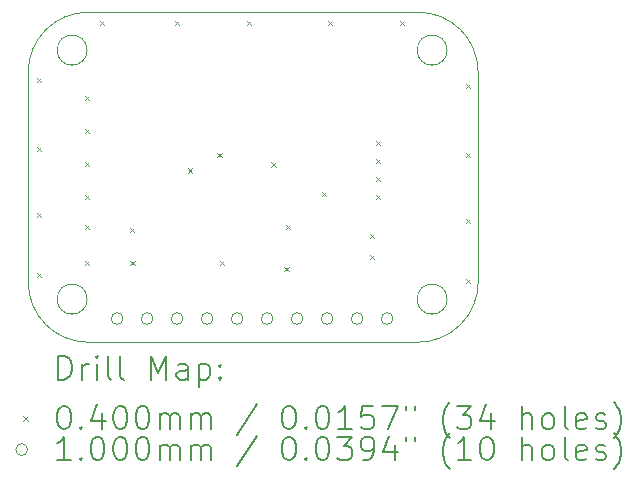
<source format=gbr>
%TF.GenerationSoftware,KiCad,Pcbnew,7.0.7*%
%TF.CreationDate,2025-03-08T19:07:04+10:30*%
%TF.ProjectId,V9381_Breakout,56393338-315f-4427-9265-616b6f75742e,rev?*%
%TF.SameCoordinates,Original*%
%TF.FileFunction,Drillmap*%
%TF.FilePolarity,Positive*%
%FSLAX45Y45*%
G04 Gerber Fmt 4.5, Leading zero omitted, Abs format (unit mm)*
G04 Created by KiCad (PCBNEW 7.0.7) date 2025-03-08 19:07:04*
%MOMM*%
%LPD*%
G01*
G04 APERTURE LIST*
%ADD10C,0.100000*%
%ADD11C,0.200000*%
%ADD12C,0.040000*%
G04 APERTURE END LIST*
D10*
X13208000Y-10464800D02*
G75*
G03*
X13208000Y-10464800I-127000J0D01*
G01*
X16256000Y-10464800D02*
G75*
G03*
X16256000Y-10464800I-127000J0D01*
G01*
X13208000Y-8356600D02*
G75*
G03*
X13208000Y-8356600I-127000J0D01*
G01*
X13217090Y-8035490D02*
X16011090Y-8035490D01*
X12709090Y-10321490D02*
G75*
G03*
X13217090Y-10829490I508000J0D01*
G01*
X16011090Y-10829490D02*
G75*
G03*
X16519090Y-10321490I0J508000D01*
G01*
X16256000Y-8356600D02*
G75*
G03*
X16256000Y-8356600I-127000J0D01*
G01*
X13217090Y-10829490D02*
X16011090Y-10829490D01*
X16519090Y-8543490D02*
X16519090Y-10321490D01*
X12709090Y-8543490D02*
X12709090Y-10321490D01*
X16519090Y-8543490D02*
G75*
G03*
X16011090Y-8035490I-508000J0D01*
G01*
X13217090Y-8035490D02*
G75*
G03*
X12709090Y-8543490I0J-508000D01*
G01*
D11*
D12*
X12781600Y-8590600D02*
X12821600Y-8630600D01*
X12821600Y-8590600D02*
X12781600Y-8630600D01*
X12781600Y-9174800D02*
X12821600Y-9214800D01*
X12821600Y-9174800D02*
X12781600Y-9214800D01*
X12781600Y-9733600D02*
X12821600Y-9773600D01*
X12821600Y-9733600D02*
X12781600Y-9773600D01*
X12781600Y-10241600D02*
X12821600Y-10281600D01*
X12821600Y-10241600D02*
X12781600Y-10281600D01*
X13188000Y-8743000D02*
X13228000Y-8783000D01*
X13228000Y-8743000D02*
X13188000Y-8783000D01*
X13188000Y-9022400D02*
X13228000Y-9062400D01*
X13228000Y-9022400D02*
X13188000Y-9062400D01*
X13188000Y-9301800D02*
X13228000Y-9341800D01*
X13228000Y-9301800D02*
X13188000Y-9341800D01*
X13188000Y-9581200D02*
X13228000Y-9621200D01*
X13228000Y-9581200D02*
X13188000Y-9621200D01*
X13188000Y-9835200D02*
X13228000Y-9875200D01*
X13228000Y-9835200D02*
X13188000Y-9875200D01*
X13188000Y-10140000D02*
X13228000Y-10180000D01*
X13228000Y-10140000D02*
X13188000Y-10180000D01*
X13315000Y-8108000D02*
X13355000Y-8148000D01*
X13355000Y-8108000D02*
X13315000Y-8148000D01*
X13567400Y-9860600D02*
X13607400Y-9900600D01*
X13607400Y-9860600D02*
X13567400Y-9900600D01*
X13569430Y-10139570D02*
X13609430Y-10179570D01*
X13609430Y-10139570D02*
X13569430Y-10179570D01*
X13950000Y-8108000D02*
X13990000Y-8148000D01*
X13990000Y-8108000D02*
X13950000Y-8148000D01*
X14058200Y-9356370D02*
X14098200Y-9396370D01*
X14098200Y-9356370D02*
X14058200Y-9396370D01*
X14311300Y-9224910D02*
X14351300Y-9264910D01*
X14351300Y-9224910D02*
X14311300Y-9264910D01*
X14331000Y-10140000D02*
X14371000Y-10180000D01*
X14371000Y-10140000D02*
X14331000Y-10180000D01*
X14559600Y-8108000D02*
X14599600Y-8148000D01*
X14599600Y-8108000D02*
X14559600Y-8148000D01*
X14767400Y-9304850D02*
X14807400Y-9344850D01*
X14807400Y-9304850D02*
X14767400Y-9344850D01*
X14877100Y-10190800D02*
X14917100Y-10230800D01*
X14917100Y-10190800D02*
X14877100Y-10230800D01*
X14889800Y-9835200D02*
X14929800Y-9875200D01*
X14929800Y-9835200D02*
X14889800Y-9875200D01*
X15194600Y-9555800D02*
X15234600Y-9595800D01*
X15234600Y-9555800D02*
X15194600Y-9595800D01*
X15245400Y-8108000D02*
X15285400Y-8148000D01*
X15285400Y-8108000D02*
X15245400Y-8148000D01*
X15601000Y-9911400D02*
X15641000Y-9951400D01*
X15641000Y-9911400D02*
X15601000Y-9951400D01*
X15601000Y-10089200D02*
X15641000Y-10129200D01*
X15641000Y-10089200D02*
X15601000Y-10129200D01*
X15651800Y-9124000D02*
X15691800Y-9164000D01*
X15691800Y-9124000D02*
X15651800Y-9164000D01*
X15651800Y-9276400D02*
X15691800Y-9316400D01*
X15691800Y-9276400D02*
X15651800Y-9316400D01*
X15651800Y-9428800D02*
X15691800Y-9468800D01*
X15691800Y-9428800D02*
X15651800Y-9468800D01*
X15651800Y-9581200D02*
X15691800Y-9621200D01*
X15691800Y-9581200D02*
X15651800Y-9621200D01*
X15855000Y-8108000D02*
X15895000Y-8148000D01*
X15895000Y-8108000D02*
X15855000Y-8148000D01*
X16413800Y-8641400D02*
X16453800Y-8681400D01*
X16453800Y-8641400D02*
X16413800Y-8681400D01*
X16413800Y-9225600D02*
X16453800Y-9265600D01*
X16453800Y-9225600D02*
X16413800Y-9265600D01*
X16413800Y-9784400D02*
X16453800Y-9824400D01*
X16453800Y-9784400D02*
X16413800Y-9824400D01*
X16413800Y-10292400D02*
X16453800Y-10332400D01*
X16453800Y-10292400D02*
X16413800Y-10332400D01*
D10*
X13512000Y-10629900D02*
G75*
G03*
X13512000Y-10629900I-50000J0D01*
G01*
X13766000Y-10629900D02*
G75*
G03*
X13766000Y-10629900I-50000J0D01*
G01*
X14020000Y-10629900D02*
G75*
G03*
X14020000Y-10629900I-50000J0D01*
G01*
X14274000Y-10629900D02*
G75*
G03*
X14274000Y-10629900I-50000J0D01*
G01*
X14528000Y-10629900D02*
G75*
G03*
X14528000Y-10629900I-50000J0D01*
G01*
X14782000Y-10629900D02*
G75*
G03*
X14782000Y-10629900I-50000J0D01*
G01*
X15036000Y-10629900D02*
G75*
G03*
X15036000Y-10629900I-50000J0D01*
G01*
X15290000Y-10629900D02*
G75*
G03*
X15290000Y-10629900I-50000J0D01*
G01*
X15544000Y-10629900D02*
G75*
G03*
X15544000Y-10629900I-50000J0D01*
G01*
X15798000Y-10629900D02*
G75*
G03*
X15798000Y-10629900I-50000J0D01*
G01*
D11*
X12964867Y-11145974D02*
X12964867Y-10945974D01*
X12964867Y-10945974D02*
X13012486Y-10945974D01*
X13012486Y-10945974D02*
X13041057Y-10955497D01*
X13041057Y-10955497D02*
X13060105Y-10974545D01*
X13060105Y-10974545D02*
X13069628Y-10993593D01*
X13069628Y-10993593D02*
X13079152Y-11031688D01*
X13079152Y-11031688D02*
X13079152Y-11060259D01*
X13079152Y-11060259D02*
X13069628Y-11098355D01*
X13069628Y-11098355D02*
X13060105Y-11117402D01*
X13060105Y-11117402D02*
X13041057Y-11136450D01*
X13041057Y-11136450D02*
X13012486Y-11145974D01*
X13012486Y-11145974D02*
X12964867Y-11145974D01*
X13164867Y-11145974D02*
X13164867Y-11012640D01*
X13164867Y-11050736D02*
X13174390Y-11031688D01*
X13174390Y-11031688D02*
X13183914Y-11022164D01*
X13183914Y-11022164D02*
X13202962Y-11012640D01*
X13202962Y-11012640D02*
X13222009Y-11012640D01*
X13288676Y-11145974D02*
X13288676Y-11012640D01*
X13288676Y-10945974D02*
X13279152Y-10955497D01*
X13279152Y-10955497D02*
X13288676Y-10965021D01*
X13288676Y-10965021D02*
X13298200Y-10955497D01*
X13298200Y-10955497D02*
X13288676Y-10945974D01*
X13288676Y-10945974D02*
X13288676Y-10965021D01*
X13412486Y-11145974D02*
X13393438Y-11136450D01*
X13393438Y-11136450D02*
X13383914Y-11117402D01*
X13383914Y-11117402D02*
X13383914Y-10945974D01*
X13517247Y-11145974D02*
X13498200Y-11136450D01*
X13498200Y-11136450D02*
X13488676Y-11117402D01*
X13488676Y-11117402D02*
X13488676Y-10945974D01*
X13745819Y-11145974D02*
X13745819Y-10945974D01*
X13745819Y-10945974D02*
X13812486Y-11088831D01*
X13812486Y-11088831D02*
X13879152Y-10945974D01*
X13879152Y-10945974D02*
X13879152Y-11145974D01*
X14060105Y-11145974D02*
X14060105Y-11041212D01*
X14060105Y-11041212D02*
X14050581Y-11022164D01*
X14050581Y-11022164D02*
X14031533Y-11012640D01*
X14031533Y-11012640D02*
X13993438Y-11012640D01*
X13993438Y-11012640D02*
X13974390Y-11022164D01*
X14060105Y-11136450D02*
X14041057Y-11145974D01*
X14041057Y-11145974D02*
X13993438Y-11145974D01*
X13993438Y-11145974D02*
X13974390Y-11136450D01*
X13974390Y-11136450D02*
X13964867Y-11117402D01*
X13964867Y-11117402D02*
X13964867Y-11098355D01*
X13964867Y-11098355D02*
X13974390Y-11079307D01*
X13974390Y-11079307D02*
X13993438Y-11069783D01*
X13993438Y-11069783D02*
X14041057Y-11069783D01*
X14041057Y-11069783D02*
X14060105Y-11060259D01*
X14155343Y-11012640D02*
X14155343Y-11212640D01*
X14155343Y-11022164D02*
X14174390Y-11012640D01*
X14174390Y-11012640D02*
X14212486Y-11012640D01*
X14212486Y-11012640D02*
X14231533Y-11022164D01*
X14231533Y-11022164D02*
X14241057Y-11031688D01*
X14241057Y-11031688D02*
X14250581Y-11050736D01*
X14250581Y-11050736D02*
X14250581Y-11107878D01*
X14250581Y-11107878D02*
X14241057Y-11126926D01*
X14241057Y-11126926D02*
X14231533Y-11136450D01*
X14231533Y-11136450D02*
X14212486Y-11145974D01*
X14212486Y-11145974D02*
X14174390Y-11145974D01*
X14174390Y-11145974D02*
X14155343Y-11136450D01*
X14336295Y-11126926D02*
X14345819Y-11136450D01*
X14345819Y-11136450D02*
X14336295Y-11145974D01*
X14336295Y-11145974D02*
X14326771Y-11136450D01*
X14326771Y-11136450D02*
X14336295Y-11126926D01*
X14336295Y-11126926D02*
X14336295Y-11145974D01*
X14336295Y-11022164D02*
X14345819Y-11031688D01*
X14345819Y-11031688D02*
X14336295Y-11041212D01*
X14336295Y-11041212D02*
X14326771Y-11031688D01*
X14326771Y-11031688D02*
X14336295Y-11022164D01*
X14336295Y-11022164D02*
X14336295Y-11041212D01*
D12*
X12664090Y-11454490D02*
X12704090Y-11494490D01*
X12704090Y-11454490D02*
X12664090Y-11494490D01*
D11*
X13002962Y-11365974D02*
X13022009Y-11365974D01*
X13022009Y-11365974D02*
X13041057Y-11375497D01*
X13041057Y-11375497D02*
X13050581Y-11385021D01*
X13050581Y-11385021D02*
X13060105Y-11404069D01*
X13060105Y-11404069D02*
X13069628Y-11442164D01*
X13069628Y-11442164D02*
X13069628Y-11489783D01*
X13069628Y-11489783D02*
X13060105Y-11527878D01*
X13060105Y-11527878D02*
X13050581Y-11546926D01*
X13050581Y-11546926D02*
X13041057Y-11556450D01*
X13041057Y-11556450D02*
X13022009Y-11565974D01*
X13022009Y-11565974D02*
X13002962Y-11565974D01*
X13002962Y-11565974D02*
X12983914Y-11556450D01*
X12983914Y-11556450D02*
X12974390Y-11546926D01*
X12974390Y-11546926D02*
X12964867Y-11527878D01*
X12964867Y-11527878D02*
X12955343Y-11489783D01*
X12955343Y-11489783D02*
X12955343Y-11442164D01*
X12955343Y-11442164D02*
X12964867Y-11404069D01*
X12964867Y-11404069D02*
X12974390Y-11385021D01*
X12974390Y-11385021D02*
X12983914Y-11375497D01*
X12983914Y-11375497D02*
X13002962Y-11365974D01*
X13155343Y-11546926D02*
X13164867Y-11556450D01*
X13164867Y-11556450D02*
X13155343Y-11565974D01*
X13155343Y-11565974D02*
X13145819Y-11556450D01*
X13145819Y-11556450D02*
X13155343Y-11546926D01*
X13155343Y-11546926D02*
X13155343Y-11565974D01*
X13336295Y-11432640D02*
X13336295Y-11565974D01*
X13288676Y-11356450D02*
X13241057Y-11499307D01*
X13241057Y-11499307D02*
X13364867Y-11499307D01*
X13479152Y-11365974D02*
X13498200Y-11365974D01*
X13498200Y-11365974D02*
X13517248Y-11375497D01*
X13517248Y-11375497D02*
X13526771Y-11385021D01*
X13526771Y-11385021D02*
X13536295Y-11404069D01*
X13536295Y-11404069D02*
X13545819Y-11442164D01*
X13545819Y-11442164D02*
X13545819Y-11489783D01*
X13545819Y-11489783D02*
X13536295Y-11527878D01*
X13536295Y-11527878D02*
X13526771Y-11546926D01*
X13526771Y-11546926D02*
X13517248Y-11556450D01*
X13517248Y-11556450D02*
X13498200Y-11565974D01*
X13498200Y-11565974D02*
X13479152Y-11565974D01*
X13479152Y-11565974D02*
X13460105Y-11556450D01*
X13460105Y-11556450D02*
X13450581Y-11546926D01*
X13450581Y-11546926D02*
X13441057Y-11527878D01*
X13441057Y-11527878D02*
X13431533Y-11489783D01*
X13431533Y-11489783D02*
X13431533Y-11442164D01*
X13431533Y-11442164D02*
X13441057Y-11404069D01*
X13441057Y-11404069D02*
X13450581Y-11385021D01*
X13450581Y-11385021D02*
X13460105Y-11375497D01*
X13460105Y-11375497D02*
X13479152Y-11365974D01*
X13669628Y-11365974D02*
X13688676Y-11365974D01*
X13688676Y-11365974D02*
X13707724Y-11375497D01*
X13707724Y-11375497D02*
X13717248Y-11385021D01*
X13717248Y-11385021D02*
X13726771Y-11404069D01*
X13726771Y-11404069D02*
X13736295Y-11442164D01*
X13736295Y-11442164D02*
X13736295Y-11489783D01*
X13736295Y-11489783D02*
X13726771Y-11527878D01*
X13726771Y-11527878D02*
X13717248Y-11546926D01*
X13717248Y-11546926D02*
X13707724Y-11556450D01*
X13707724Y-11556450D02*
X13688676Y-11565974D01*
X13688676Y-11565974D02*
X13669628Y-11565974D01*
X13669628Y-11565974D02*
X13650581Y-11556450D01*
X13650581Y-11556450D02*
X13641057Y-11546926D01*
X13641057Y-11546926D02*
X13631533Y-11527878D01*
X13631533Y-11527878D02*
X13622009Y-11489783D01*
X13622009Y-11489783D02*
X13622009Y-11442164D01*
X13622009Y-11442164D02*
X13631533Y-11404069D01*
X13631533Y-11404069D02*
X13641057Y-11385021D01*
X13641057Y-11385021D02*
X13650581Y-11375497D01*
X13650581Y-11375497D02*
X13669628Y-11365974D01*
X13822009Y-11565974D02*
X13822009Y-11432640D01*
X13822009Y-11451688D02*
X13831533Y-11442164D01*
X13831533Y-11442164D02*
X13850581Y-11432640D01*
X13850581Y-11432640D02*
X13879152Y-11432640D01*
X13879152Y-11432640D02*
X13898200Y-11442164D01*
X13898200Y-11442164D02*
X13907724Y-11461212D01*
X13907724Y-11461212D02*
X13907724Y-11565974D01*
X13907724Y-11461212D02*
X13917248Y-11442164D01*
X13917248Y-11442164D02*
X13936295Y-11432640D01*
X13936295Y-11432640D02*
X13964867Y-11432640D01*
X13964867Y-11432640D02*
X13983914Y-11442164D01*
X13983914Y-11442164D02*
X13993438Y-11461212D01*
X13993438Y-11461212D02*
X13993438Y-11565974D01*
X14088676Y-11565974D02*
X14088676Y-11432640D01*
X14088676Y-11451688D02*
X14098200Y-11442164D01*
X14098200Y-11442164D02*
X14117248Y-11432640D01*
X14117248Y-11432640D02*
X14145819Y-11432640D01*
X14145819Y-11432640D02*
X14164867Y-11442164D01*
X14164867Y-11442164D02*
X14174390Y-11461212D01*
X14174390Y-11461212D02*
X14174390Y-11565974D01*
X14174390Y-11461212D02*
X14183914Y-11442164D01*
X14183914Y-11442164D02*
X14202962Y-11432640D01*
X14202962Y-11432640D02*
X14231533Y-11432640D01*
X14231533Y-11432640D02*
X14250581Y-11442164D01*
X14250581Y-11442164D02*
X14260105Y-11461212D01*
X14260105Y-11461212D02*
X14260105Y-11565974D01*
X14650581Y-11356450D02*
X14479152Y-11613593D01*
X14907724Y-11365974D02*
X14926772Y-11365974D01*
X14926772Y-11365974D02*
X14945819Y-11375497D01*
X14945819Y-11375497D02*
X14955343Y-11385021D01*
X14955343Y-11385021D02*
X14964867Y-11404069D01*
X14964867Y-11404069D02*
X14974391Y-11442164D01*
X14974391Y-11442164D02*
X14974391Y-11489783D01*
X14974391Y-11489783D02*
X14964867Y-11527878D01*
X14964867Y-11527878D02*
X14955343Y-11546926D01*
X14955343Y-11546926D02*
X14945819Y-11556450D01*
X14945819Y-11556450D02*
X14926772Y-11565974D01*
X14926772Y-11565974D02*
X14907724Y-11565974D01*
X14907724Y-11565974D02*
X14888676Y-11556450D01*
X14888676Y-11556450D02*
X14879152Y-11546926D01*
X14879152Y-11546926D02*
X14869629Y-11527878D01*
X14869629Y-11527878D02*
X14860105Y-11489783D01*
X14860105Y-11489783D02*
X14860105Y-11442164D01*
X14860105Y-11442164D02*
X14869629Y-11404069D01*
X14869629Y-11404069D02*
X14879152Y-11385021D01*
X14879152Y-11385021D02*
X14888676Y-11375497D01*
X14888676Y-11375497D02*
X14907724Y-11365974D01*
X15060105Y-11546926D02*
X15069629Y-11556450D01*
X15069629Y-11556450D02*
X15060105Y-11565974D01*
X15060105Y-11565974D02*
X15050581Y-11556450D01*
X15050581Y-11556450D02*
X15060105Y-11546926D01*
X15060105Y-11546926D02*
X15060105Y-11565974D01*
X15193438Y-11365974D02*
X15212486Y-11365974D01*
X15212486Y-11365974D02*
X15231533Y-11375497D01*
X15231533Y-11375497D02*
X15241057Y-11385021D01*
X15241057Y-11385021D02*
X15250581Y-11404069D01*
X15250581Y-11404069D02*
X15260105Y-11442164D01*
X15260105Y-11442164D02*
X15260105Y-11489783D01*
X15260105Y-11489783D02*
X15250581Y-11527878D01*
X15250581Y-11527878D02*
X15241057Y-11546926D01*
X15241057Y-11546926D02*
X15231533Y-11556450D01*
X15231533Y-11556450D02*
X15212486Y-11565974D01*
X15212486Y-11565974D02*
X15193438Y-11565974D01*
X15193438Y-11565974D02*
X15174391Y-11556450D01*
X15174391Y-11556450D02*
X15164867Y-11546926D01*
X15164867Y-11546926D02*
X15155343Y-11527878D01*
X15155343Y-11527878D02*
X15145819Y-11489783D01*
X15145819Y-11489783D02*
X15145819Y-11442164D01*
X15145819Y-11442164D02*
X15155343Y-11404069D01*
X15155343Y-11404069D02*
X15164867Y-11385021D01*
X15164867Y-11385021D02*
X15174391Y-11375497D01*
X15174391Y-11375497D02*
X15193438Y-11365974D01*
X15450581Y-11565974D02*
X15336295Y-11565974D01*
X15393438Y-11565974D02*
X15393438Y-11365974D01*
X15393438Y-11365974D02*
X15374391Y-11394545D01*
X15374391Y-11394545D02*
X15355343Y-11413593D01*
X15355343Y-11413593D02*
X15336295Y-11423116D01*
X15631533Y-11365974D02*
X15536295Y-11365974D01*
X15536295Y-11365974D02*
X15526772Y-11461212D01*
X15526772Y-11461212D02*
X15536295Y-11451688D01*
X15536295Y-11451688D02*
X15555343Y-11442164D01*
X15555343Y-11442164D02*
X15602962Y-11442164D01*
X15602962Y-11442164D02*
X15622010Y-11451688D01*
X15622010Y-11451688D02*
X15631533Y-11461212D01*
X15631533Y-11461212D02*
X15641057Y-11480259D01*
X15641057Y-11480259D02*
X15641057Y-11527878D01*
X15641057Y-11527878D02*
X15631533Y-11546926D01*
X15631533Y-11546926D02*
X15622010Y-11556450D01*
X15622010Y-11556450D02*
X15602962Y-11565974D01*
X15602962Y-11565974D02*
X15555343Y-11565974D01*
X15555343Y-11565974D02*
X15536295Y-11556450D01*
X15536295Y-11556450D02*
X15526772Y-11546926D01*
X15707724Y-11365974D02*
X15841057Y-11365974D01*
X15841057Y-11365974D02*
X15755343Y-11565974D01*
X15907724Y-11365974D02*
X15907724Y-11404069D01*
X15983914Y-11365974D02*
X15983914Y-11404069D01*
X16279153Y-11642164D02*
X16269629Y-11632640D01*
X16269629Y-11632640D02*
X16250581Y-11604069D01*
X16250581Y-11604069D02*
X16241057Y-11585021D01*
X16241057Y-11585021D02*
X16231534Y-11556450D01*
X16231534Y-11556450D02*
X16222010Y-11508831D01*
X16222010Y-11508831D02*
X16222010Y-11470735D01*
X16222010Y-11470735D02*
X16231534Y-11423116D01*
X16231534Y-11423116D02*
X16241057Y-11394545D01*
X16241057Y-11394545D02*
X16250581Y-11375497D01*
X16250581Y-11375497D02*
X16269629Y-11346926D01*
X16269629Y-11346926D02*
X16279153Y-11337402D01*
X16336295Y-11365974D02*
X16460105Y-11365974D01*
X16460105Y-11365974D02*
X16393438Y-11442164D01*
X16393438Y-11442164D02*
X16422010Y-11442164D01*
X16422010Y-11442164D02*
X16441057Y-11451688D01*
X16441057Y-11451688D02*
X16450581Y-11461212D01*
X16450581Y-11461212D02*
X16460105Y-11480259D01*
X16460105Y-11480259D02*
X16460105Y-11527878D01*
X16460105Y-11527878D02*
X16450581Y-11546926D01*
X16450581Y-11546926D02*
X16441057Y-11556450D01*
X16441057Y-11556450D02*
X16422010Y-11565974D01*
X16422010Y-11565974D02*
X16364867Y-11565974D01*
X16364867Y-11565974D02*
X16345819Y-11556450D01*
X16345819Y-11556450D02*
X16336295Y-11546926D01*
X16631534Y-11432640D02*
X16631534Y-11565974D01*
X16583914Y-11356450D02*
X16536295Y-11499307D01*
X16536295Y-11499307D02*
X16660105Y-11499307D01*
X16888677Y-11565974D02*
X16888677Y-11365974D01*
X16974391Y-11565974D02*
X16974391Y-11461212D01*
X16974391Y-11461212D02*
X16964867Y-11442164D01*
X16964867Y-11442164D02*
X16945819Y-11432640D01*
X16945819Y-11432640D02*
X16917248Y-11432640D01*
X16917248Y-11432640D02*
X16898200Y-11442164D01*
X16898200Y-11442164D02*
X16888677Y-11451688D01*
X17098200Y-11565974D02*
X17079153Y-11556450D01*
X17079153Y-11556450D02*
X17069629Y-11546926D01*
X17069629Y-11546926D02*
X17060105Y-11527878D01*
X17060105Y-11527878D02*
X17060105Y-11470735D01*
X17060105Y-11470735D02*
X17069629Y-11451688D01*
X17069629Y-11451688D02*
X17079153Y-11442164D01*
X17079153Y-11442164D02*
X17098200Y-11432640D01*
X17098200Y-11432640D02*
X17126772Y-11432640D01*
X17126772Y-11432640D02*
X17145819Y-11442164D01*
X17145819Y-11442164D02*
X17155343Y-11451688D01*
X17155343Y-11451688D02*
X17164867Y-11470735D01*
X17164867Y-11470735D02*
X17164867Y-11527878D01*
X17164867Y-11527878D02*
X17155343Y-11546926D01*
X17155343Y-11546926D02*
X17145819Y-11556450D01*
X17145819Y-11556450D02*
X17126772Y-11565974D01*
X17126772Y-11565974D02*
X17098200Y-11565974D01*
X17279153Y-11565974D02*
X17260105Y-11556450D01*
X17260105Y-11556450D02*
X17250581Y-11537402D01*
X17250581Y-11537402D02*
X17250581Y-11365974D01*
X17431534Y-11556450D02*
X17412486Y-11565974D01*
X17412486Y-11565974D02*
X17374391Y-11565974D01*
X17374391Y-11565974D02*
X17355343Y-11556450D01*
X17355343Y-11556450D02*
X17345819Y-11537402D01*
X17345819Y-11537402D02*
X17345819Y-11461212D01*
X17345819Y-11461212D02*
X17355343Y-11442164D01*
X17355343Y-11442164D02*
X17374391Y-11432640D01*
X17374391Y-11432640D02*
X17412486Y-11432640D01*
X17412486Y-11432640D02*
X17431534Y-11442164D01*
X17431534Y-11442164D02*
X17441058Y-11461212D01*
X17441058Y-11461212D02*
X17441058Y-11480259D01*
X17441058Y-11480259D02*
X17345819Y-11499307D01*
X17517248Y-11556450D02*
X17536296Y-11565974D01*
X17536296Y-11565974D02*
X17574391Y-11565974D01*
X17574391Y-11565974D02*
X17593439Y-11556450D01*
X17593439Y-11556450D02*
X17602962Y-11537402D01*
X17602962Y-11537402D02*
X17602962Y-11527878D01*
X17602962Y-11527878D02*
X17593439Y-11508831D01*
X17593439Y-11508831D02*
X17574391Y-11499307D01*
X17574391Y-11499307D02*
X17545819Y-11499307D01*
X17545819Y-11499307D02*
X17526772Y-11489783D01*
X17526772Y-11489783D02*
X17517248Y-11470735D01*
X17517248Y-11470735D02*
X17517248Y-11461212D01*
X17517248Y-11461212D02*
X17526772Y-11442164D01*
X17526772Y-11442164D02*
X17545819Y-11432640D01*
X17545819Y-11432640D02*
X17574391Y-11432640D01*
X17574391Y-11432640D02*
X17593439Y-11442164D01*
X17669629Y-11642164D02*
X17679153Y-11632640D01*
X17679153Y-11632640D02*
X17698200Y-11604069D01*
X17698200Y-11604069D02*
X17707724Y-11585021D01*
X17707724Y-11585021D02*
X17717248Y-11556450D01*
X17717248Y-11556450D02*
X17726772Y-11508831D01*
X17726772Y-11508831D02*
X17726772Y-11470735D01*
X17726772Y-11470735D02*
X17717248Y-11423116D01*
X17717248Y-11423116D02*
X17707724Y-11394545D01*
X17707724Y-11394545D02*
X17698200Y-11375497D01*
X17698200Y-11375497D02*
X17679153Y-11346926D01*
X17679153Y-11346926D02*
X17669629Y-11337402D01*
D10*
X12704090Y-11738490D02*
G75*
G03*
X12704090Y-11738490I-50000J0D01*
G01*
D11*
X13069628Y-11829974D02*
X12955343Y-11829974D01*
X13012486Y-11829974D02*
X13012486Y-11629974D01*
X13012486Y-11629974D02*
X12993438Y-11658545D01*
X12993438Y-11658545D02*
X12974390Y-11677593D01*
X12974390Y-11677593D02*
X12955343Y-11687116D01*
X13155343Y-11810926D02*
X13164867Y-11820450D01*
X13164867Y-11820450D02*
X13155343Y-11829974D01*
X13155343Y-11829974D02*
X13145819Y-11820450D01*
X13145819Y-11820450D02*
X13155343Y-11810926D01*
X13155343Y-11810926D02*
X13155343Y-11829974D01*
X13288676Y-11629974D02*
X13307724Y-11629974D01*
X13307724Y-11629974D02*
X13326771Y-11639497D01*
X13326771Y-11639497D02*
X13336295Y-11649021D01*
X13336295Y-11649021D02*
X13345819Y-11668069D01*
X13345819Y-11668069D02*
X13355343Y-11706164D01*
X13355343Y-11706164D02*
X13355343Y-11753783D01*
X13355343Y-11753783D02*
X13345819Y-11791878D01*
X13345819Y-11791878D02*
X13336295Y-11810926D01*
X13336295Y-11810926D02*
X13326771Y-11820450D01*
X13326771Y-11820450D02*
X13307724Y-11829974D01*
X13307724Y-11829974D02*
X13288676Y-11829974D01*
X13288676Y-11829974D02*
X13269628Y-11820450D01*
X13269628Y-11820450D02*
X13260105Y-11810926D01*
X13260105Y-11810926D02*
X13250581Y-11791878D01*
X13250581Y-11791878D02*
X13241057Y-11753783D01*
X13241057Y-11753783D02*
X13241057Y-11706164D01*
X13241057Y-11706164D02*
X13250581Y-11668069D01*
X13250581Y-11668069D02*
X13260105Y-11649021D01*
X13260105Y-11649021D02*
X13269628Y-11639497D01*
X13269628Y-11639497D02*
X13288676Y-11629974D01*
X13479152Y-11629974D02*
X13498200Y-11629974D01*
X13498200Y-11629974D02*
X13517248Y-11639497D01*
X13517248Y-11639497D02*
X13526771Y-11649021D01*
X13526771Y-11649021D02*
X13536295Y-11668069D01*
X13536295Y-11668069D02*
X13545819Y-11706164D01*
X13545819Y-11706164D02*
X13545819Y-11753783D01*
X13545819Y-11753783D02*
X13536295Y-11791878D01*
X13536295Y-11791878D02*
X13526771Y-11810926D01*
X13526771Y-11810926D02*
X13517248Y-11820450D01*
X13517248Y-11820450D02*
X13498200Y-11829974D01*
X13498200Y-11829974D02*
X13479152Y-11829974D01*
X13479152Y-11829974D02*
X13460105Y-11820450D01*
X13460105Y-11820450D02*
X13450581Y-11810926D01*
X13450581Y-11810926D02*
X13441057Y-11791878D01*
X13441057Y-11791878D02*
X13431533Y-11753783D01*
X13431533Y-11753783D02*
X13431533Y-11706164D01*
X13431533Y-11706164D02*
X13441057Y-11668069D01*
X13441057Y-11668069D02*
X13450581Y-11649021D01*
X13450581Y-11649021D02*
X13460105Y-11639497D01*
X13460105Y-11639497D02*
X13479152Y-11629974D01*
X13669628Y-11629974D02*
X13688676Y-11629974D01*
X13688676Y-11629974D02*
X13707724Y-11639497D01*
X13707724Y-11639497D02*
X13717248Y-11649021D01*
X13717248Y-11649021D02*
X13726771Y-11668069D01*
X13726771Y-11668069D02*
X13736295Y-11706164D01*
X13736295Y-11706164D02*
X13736295Y-11753783D01*
X13736295Y-11753783D02*
X13726771Y-11791878D01*
X13726771Y-11791878D02*
X13717248Y-11810926D01*
X13717248Y-11810926D02*
X13707724Y-11820450D01*
X13707724Y-11820450D02*
X13688676Y-11829974D01*
X13688676Y-11829974D02*
X13669628Y-11829974D01*
X13669628Y-11829974D02*
X13650581Y-11820450D01*
X13650581Y-11820450D02*
X13641057Y-11810926D01*
X13641057Y-11810926D02*
X13631533Y-11791878D01*
X13631533Y-11791878D02*
X13622009Y-11753783D01*
X13622009Y-11753783D02*
X13622009Y-11706164D01*
X13622009Y-11706164D02*
X13631533Y-11668069D01*
X13631533Y-11668069D02*
X13641057Y-11649021D01*
X13641057Y-11649021D02*
X13650581Y-11639497D01*
X13650581Y-11639497D02*
X13669628Y-11629974D01*
X13822009Y-11829974D02*
X13822009Y-11696640D01*
X13822009Y-11715688D02*
X13831533Y-11706164D01*
X13831533Y-11706164D02*
X13850581Y-11696640D01*
X13850581Y-11696640D02*
X13879152Y-11696640D01*
X13879152Y-11696640D02*
X13898200Y-11706164D01*
X13898200Y-11706164D02*
X13907724Y-11725212D01*
X13907724Y-11725212D02*
X13907724Y-11829974D01*
X13907724Y-11725212D02*
X13917248Y-11706164D01*
X13917248Y-11706164D02*
X13936295Y-11696640D01*
X13936295Y-11696640D02*
X13964867Y-11696640D01*
X13964867Y-11696640D02*
X13983914Y-11706164D01*
X13983914Y-11706164D02*
X13993438Y-11725212D01*
X13993438Y-11725212D02*
X13993438Y-11829974D01*
X14088676Y-11829974D02*
X14088676Y-11696640D01*
X14088676Y-11715688D02*
X14098200Y-11706164D01*
X14098200Y-11706164D02*
X14117248Y-11696640D01*
X14117248Y-11696640D02*
X14145819Y-11696640D01*
X14145819Y-11696640D02*
X14164867Y-11706164D01*
X14164867Y-11706164D02*
X14174390Y-11725212D01*
X14174390Y-11725212D02*
X14174390Y-11829974D01*
X14174390Y-11725212D02*
X14183914Y-11706164D01*
X14183914Y-11706164D02*
X14202962Y-11696640D01*
X14202962Y-11696640D02*
X14231533Y-11696640D01*
X14231533Y-11696640D02*
X14250581Y-11706164D01*
X14250581Y-11706164D02*
X14260105Y-11725212D01*
X14260105Y-11725212D02*
X14260105Y-11829974D01*
X14650581Y-11620450D02*
X14479152Y-11877593D01*
X14907724Y-11629974D02*
X14926772Y-11629974D01*
X14926772Y-11629974D02*
X14945819Y-11639497D01*
X14945819Y-11639497D02*
X14955343Y-11649021D01*
X14955343Y-11649021D02*
X14964867Y-11668069D01*
X14964867Y-11668069D02*
X14974391Y-11706164D01*
X14974391Y-11706164D02*
X14974391Y-11753783D01*
X14974391Y-11753783D02*
X14964867Y-11791878D01*
X14964867Y-11791878D02*
X14955343Y-11810926D01*
X14955343Y-11810926D02*
X14945819Y-11820450D01*
X14945819Y-11820450D02*
X14926772Y-11829974D01*
X14926772Y-11829974D02*
X14907724Y-11829974D01*
X14907724Y-11829974D02*
X14888676Y-11820450D01*
X14888676Y-11820450D02*
X14879152Y-11810926D01*
X14879152Y-11810926D02*
X14869629Y-11791878D01*
X14869629Y-11791878D02*
X14860105Y-11753783D01*
X14860105Y-11753783D02*
X14860105Y-11706164D01*
X14860105Y-11706164D02*
X14869629Y-11668069D01*
X14869629Y-11668069D02*
X14879152Y-11649021D01*
X14879152Y-11649021D02*
X14888676Y-11639497D01*
X14888676Y-11639497D02*
X14907724Y-11629974D01*
X15060105Y-11810926D02*
X15069629Y-11820450D01*
X15069629Y-11820450D02*
X15060105Y-11829974D01*
X15060105Y-11829974D02*
X15050581Y-11820450D01*
X15050581Y-11820450D02*
X15060105Y-11810926D01*
X15060105Y-11810926D02*
X15060105Y-11829974D01*
X15193438Y-11629974D02*
X15212486Y-11629974D01*
X15212486Y-11629974D02*
X15231533Y-11639497D01*
X15231533Y-11639497D02*
X15241057Y-11649021D01*
X15241057Y-11649021D02*
X15250581Y-11668069D01*
X15250581Y-11668069D02*
X15260105Y-11706164D01*
X15260105Y-11706164D02*
X15260105Y-11753783D01*
X15260105Y-11753783D02*
X15250581Y-11791878D01*
X15250581Y-11791878D02*
X15241057Y-11810926D01*
X15241057Y-11810926D02*
X15231533Y-11820450D01*
X15231533Y-11820450D02*
X15212486Y-11829974D01*
X15212486Y-11829974D02*
X15193438Y-11829974D01*
X15193438Y-11829974D02*
X15174391Y-11820450D01*
X15174391Y-11820450D02*
X15164867Y-11810926D01*
X15164867Y-11810926D02*
X15155343Y-11791878D01*
X15155343Y-11791878D02*
X15145819Y-11753783D01*
X15145819Y-11753783D02*
X15145819Y-11706164D01*
X15145819Y-11706164D02*
X15155343Y-11668069D01*
X15155343Y-11668069D02*
X15164867Y-11649021D01*
X15164867Y-11649021D02*
X15174391Y-11639497D01*
X15174391Y-11639497D02*
X15193438Y-11629974D01*
X15326772Y-11629974D02*
X15450581Y-11629974D01*
X15450581Y-11629974D02*
X15383914Y-11706164D01*
X15383914Y-11706164D02*
X15412486Y-11706164D01*
X15412486Y-11706164D02*
X15431533Y-11715688D01*
X15431533Y-11715688D02*
X15441057Y-11725212D01*
X15441057Y-11725212D02*
X15450581Y-11744259D01*
X15450581Y-11744259D02*
X15450581Y-11791878D01*
X15450581Y-11791878D02*
X15441057Y-11810926D01*
X15441057Y-11810926D02*
X15431533Y-11820450D01*
X15431533Y-11820450D02*
X15412486Y-11829974D01*
X15412486Y-11829974D02*
X15355343Y-11829974D01*
X15355343Y-11829974D02*
X15336295Y-11820450D01*
X15336295Y-11820450D02*
X15326772Y-11810926D01*
X15545819Y-11829974D02*
X15583914Y-11829974D01*
X15583914Y-11829974D02*
X15602962Y-11820450D01*
X15602962Y-11820450D02*
X15612486Y-11810926D01*
X15612486Y-11810926D02*
X15631533Y-11782354D01*
X15631533Y-11782354D02*
X15641057Y-11744259D01*
X15641057Y-11744259D02*
X15641057Y-11668069D01*
X15641057Y-11668069D02*
X15631533Y-11649021D01*
X15631533Y-11649021D02*
X15622010Y-11639497D01*
X15622010Y-11639497D02*
X15602962Y-11629974D01*
X15602962Y-11629974D02*
X15564867Y-11629974D01*
X15564867Y-11629974D02*
X15545819Y-11639497D01*
X15545819Y-11639497D02*
X15536295Y-11649021D01*
X15536295Y-11649021D02*
X15526772Y-11668069D01*
X15526772Y-11668069D02*
X15526772Y-11715688D01*
X15526772Y-11715688D02*
X15536295Y-11734735D01*
X15536295Y-11734735D02*
X15545819Y-11744259D01*
X15545819Y-11744259D02*
X15564867Y-11753783D01*
X15564867Y-11753783D02*
X15602962Y-11753783D01*
X15602962Y-11753783D02*
X15622010Y-11744259D01*
X15622010Y-11744259D02*
X15631533Y-11734735D01*
X15631533Y-11734735D02*
X15641057Y-11715688D01*
X15812486Y-11696640D02*
X15812486Y-11829974D01*
X15764867Y-11620450D02*
X15717248Y-11763307D01*
X15717248Y-11763307D02*
X15841057Y-11763307D01*
X15907724Y-11629974D02*
X15907724Y-11668069D01*
X15983914Y-11629974D02*
X15983914Y-11668069D01*
X16279153Y-11906164D02*
X16269629Y-11896640D01*
X16269629Y-11896640D02*
X16250581Y-11868069D01*
X16250581Y-11868069D02*
X16241057Y-11849021D01*
X16241057Y-11849021D02*
X16231534Y-11820450D01*
X16231534Y-11820450D02*
X16222010Y-11772831D01*
X16222010Y-11772831D02*
X16222010Y-11734735D01*
X16222010Y-11734735D02*
X16231534Y-11687116D01*
X16231534Y-11687116D02*
X16241057Y-11658545D01*
X16241057Y-11658545D02*
X16250581Y-11639497D01*
X16250581Y-11639497D02*
X16269629Y-11610926D01*
X16269629Y-11610926D02*
X16279153Y-11601402D01*
X16460105Y-11829974D02*
X16345819Y-11829974D01*
X16402962Y-11829974D02*
X16402962Y-11629974D01*
X16402962Y-11629974D02*
X16383914Y-11658545D01*
X16383914Y-11658545D02*
X16364867Y-11677593D01*
X16364867Y-11677593D02*
X16345819Y-11687116D01*
X16583914Y-11629974D02*
X16602962Y-11629974D01*
X16602962Y-11629974D02*
X16622010Y-11639497D01*
X16622010Y-11639497D02*
X16631534Y-11649021D01*
X16631534Y-11649021D02*
X16641057Y-11668069D01*
X16641057Y-11668069D02*
X16650581Y-11706164D01*
X16650581Y-11706164D02*
X16650581Y-11753783D01*
X16650581Y-11753783D02*
X16641057Y-11791878D01*
X16641057Y-11791878D02*
X16631534Y-11810926D01*
X16631534Y-11810926D02*
X16622010Y-11820450D01*
X16622010Y-11820450D02*
X16602962Y-11829974D01*
X16602962Y-11829974D02*
X16583914Y-11829974D01*
X16583914Y-11829974D02*
X16564867Y-11820450D01*
X16564867Y-11820450D02*
X16555343Y-11810926D01*
X16555343Y-11810926D02*
X16545819Y-11791878D01*
X16545819Y-11791878D02*
X16536295Y-11753783D01*
X16536295Y-11753783D02*
X16536295Y-11706164D01*
X16536295Y-11706164D02*
X16545819Y-11668069D01*
X16545819Y-11668069D02*
X16555343Y-11649021D01*
X16555343Y-11649021D02*
X16564867Y-11639497D01*
X16564867Y-11639497D02*
X16583914Y-11629974D01*
X16888677Y-11829974D02*
X16888677Y-11629974D01*
X16974391Y-11829974D02*
X16974391Y-11725212D01*
X16974391Y-11725212D02*
X16964867Y-11706164D01*
X16964867Y-11706164D02*
X16945819Y-11696640D01*
X16945819Y-11696640D02*
X16917248Y-11696640D01*
X16917248Y-11696640D02*
X16898200Y-11706164D01*
X16898200Y-11706164D02*
X16888677Y-11715688D01*
X17098200Y-11829974D02*
X17079153Y-11820450D01*
X17079153Y-11820450D02*
X17069629Y-11810926D01*
X17069629Y-11810926D02*
X17060105Y-11791878D01*
X17060105Y-11791878D02*
X17060105Y-11734735D01*
X17060105Y-11734735D02*
X17069629Y-11715688D01*
X17069629Y-11715688D02*
X17079153Y-11706164D01*
X17079153Y-11706164D02*
X17098200Y-11696640D01*
X17098200Y-11696640D02*
X17126772Y-11696640D01*
X17126772Y-11696640D02*
X17145819Y-11706164D01*
X17145819Y-11706164D02*
X17155343Y-11715688D01*
X17155343Y-11715688D02*
X17164867Y-11734735D01*
X17164867Y-11734735D02*
X17164867Y-11791878D01*
X17164867Y-11791878D02*
X17155343Y-11810926D01*
X17155343Y-11810926D02*
X17145819Y-11820450D01*
X17145819Y-11820450D02*
X17126772Y-11829974D01*
X17126772Y-11829974D02*
X17098200Y-11829974D01*
X17279153Y-11829974D02*
X17260105Y-11820450D01*
X17260105Y-11820450D02*
X17250581Y-11801402D01*
X17250581Y-11801402D02*
X17250581Y-11629974D01*
X17431534Y-11820450D02*
X17412486Y-11829974D01*
X17412486Y-11829974D02*
X17374391Y-11829974D01*
X17374391Y-11829974D02*
X17355343Y-11820450D01*
X17355343Y-11820450D02*
X17345819Y-11801402D01*
X17345819Y-11801402D02*
X17345819Y-11725212D01*
X17345819Y-11725212D02*
X17355343Y-11706164D01*
X17355343Y-11706164D02*
X17374391Y-11696640D01*
X17374391Y-11696640D02*
X17412486Y-11696640D01*
X17412486Y-11696640D02*
X17431534Y-11706164D01*
X17431534Y-11706164D02*
X17441058Y-11725212D01*
X17441058Y-11725212D02*
X17441058Y-11744259D01*
X17441058Y-11744259D02*
X17345819Y-11763307D01*
X17517248Y-11820450D02*
X17536296Y-11829974D01*
X17536296Y-11829974D02*
X17574391Y-11829974D01*
X17574391Y-11829974D02*
X17593439Y-11820450D01*
X17593439Y-11820450D02*
X17602962Y-11801402D01*
X17602962Y-11801402D02*
X17602962Y-11791878D01*
X17602962Y-11791878D02*
X17593439Y-11772831D01*
X17593439Y-11772831D02*
X17574391Y-11763307D01*
X17574391Y-11763307D02*
X17545819Y-11763307D01*
X17545819Y-11763307D02*
X17526772Y-11753783D01*
X17526772Y-11753783D02*
X17517248Y-11734735D01*
X17517248Y-11734735D02*
X17517248Y-11725212D01*
X17517248Y-11725212D02*
X17526772Y-11706164D01*
X17526772Y-11706164D02*
X17545819Y-11696640D01*
X17545819Y-11696640D02*
X17574391Y-11696640D01*
X17574391Y-11696640D02*
X17593439Y-11706164D01*
X17669629Y-11906164D02*
X17679153Y-11896640D01*
X17679153Y-11896640D02*
X17698200Y-11868069D01*
X17698200Y-11868069D02*
X17707724Y-11849021D01*
X17707724Y-11849021D02*
X17717248Y-11820450D01*
X17717248Y-11820450D02*
X17726772Y-11772831D01*
X17726772Y-11772831D02*
X17726772Y-11734735D01*
X17726772Y-11734735D02*
X17717248Y-11687116D01*
X17717248Y-11687116D02*
X17707724Y-11658545D01*
X17707724Y-11658545D02*
X17698200Y-11639497D01*
X17698200Y-11639497D02*
X17679153Y-11610926D01*
X17679153Y-11610926D02*
X17669629Y-11601402D01*
M02*

</source>
